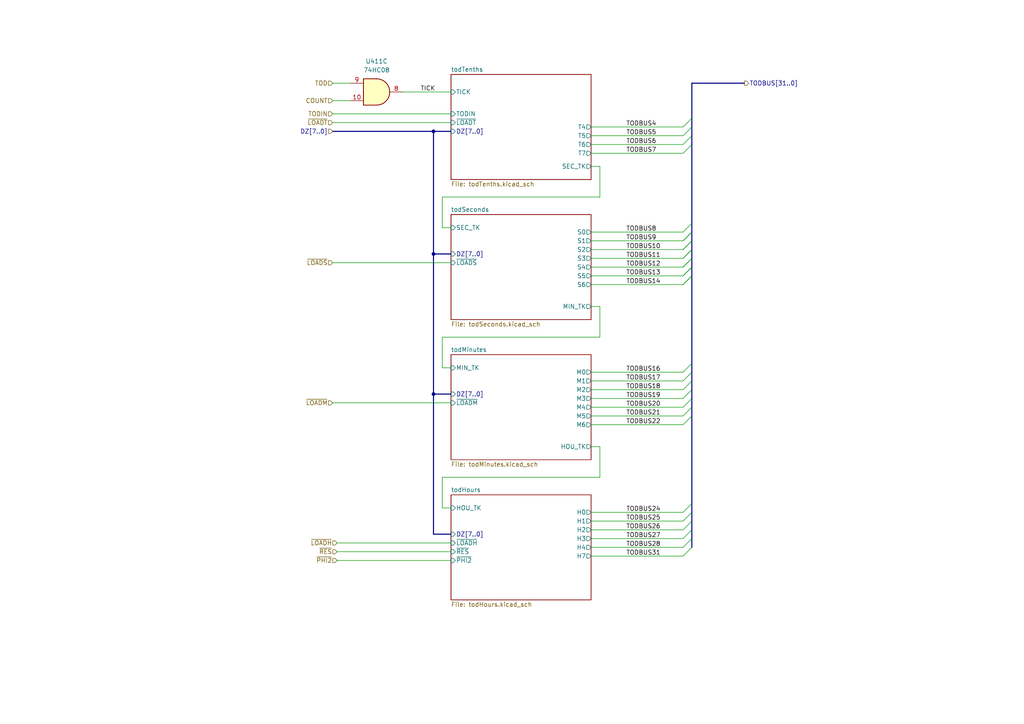
<source format=kicad_sch>
(kicad_sch (version 20211123) (generator eeschema)
  (paper "A4")
  (lib_symbols
    (symbol "Custom 74xx:74HC08" (pin_names (offset 1.016))
      (property "Reference" "U" (at 0 1.27 0))
      (property "Value" "74HC08" (at 0 -1.27 0))
      (symbol "74HC08_1_1"
        (arc (start 0 -3.81) (mid 3.81 0) (end 0 3.81) (stroke (width 0.254)) (fill (type background)))
        (polyline (pts (xy 0 3.81) (xy -3.81 3.81) (xy -3.81 -3.81) (xy 0 -3.81)) (stroke (width 0.254)) (fill (type background)))
        (pin input line (at -7.62 2.54 0) (length 3.81) (name "~") (number "1"))
        (pin input line (at -7.62 -2.54 0) (length 3.81) (name "~") (number "2"))
        (pin output line (at 7.62 0 180) (length 3.81) (name "~") (number "3"))
      )
      (symbol "74HC08_1_2"
        (arc (start -3.81 -3.81) (mid -2.589 0) (end -3.81 3.81) (stroke (width 0.254)))
        (arc (start -0.6096 -3.81) (mid 2.1855 -2.584) (end 3.81 0) (stroke (width 0.254)) (fill (type background)))
        (polyline (pts (xy -3.81 -3.81) (xy -0.635 -3.81)) (stroke (width 0.254)) (fill (type background)))
        (polyline (pts (xy -3.81 3.81) (xy -0.635 3.81)) (stroke (width 0.254)) (fill (type background)))
        (polyline (pts (xy -0.635 3.81) (xy -3.81 3.81) (xy -3.81 3.81) (xy -3.556 3.4036) (xy -3.0226 2.2606) (xy -2.6924 1.0414) (xy -2.6162 -0.254) (xy -2.7686 -1.4986) (xy -3.175 -2.7178) (xy -3.81 -3.81) (xy -3.81 -3.81) (xy -0.635 -3.81)) (stroke (width -25.4)) (fill (type background)))
        (arc (start 3.81 0) (mid 2.1928 2.5925) (end -0.6096 3.81) (stroke (width 0.254)) (fill (type background)))
        (pin input inverted (at -7.62 2.54 0) (length 4.318) (name "~") (number "1"))
        (pin input inverted (at -7.62 -2.54 0) (length 4.318) (name "~") (number "2"))
        (pin output line (at 7.62 0 180) (length 3.81) (name "~") (number "3"))
      )
      (symbol "74HC08_2_1"
        (arc (start 0 -3.81) (mid 3.81 0) (end 0 3.81) (stroke (width 0.254)) (fill (type background)))
        (polyline (pts (xy 0 3.81) (xy -3.81 3.81) (xy -3.81 -3.81) (xy 0 -3.81)) (stroke (width 0.254)) (fill (type background)))
        (pin input line (at -7.62 2.54 0) (length 3.81) (name "~") (number "4"))
        (pin input line (at -7.62 -2.54 0) (length 3.81) (name "~") (number "5"))
        (pin output line (at 7.62 0 180) (length 3.81) (name "~") (number "6"))
      )
      (symbol "74HC08_2_2"
        (arc (start -3.81 -3.81) (mid -2.589 0) (end -3.81 3.81) (stroke (width 0.254)))
        (arc (start -0.6096 -3.81) (mid 2.1855 -2.584) (end 3.81 0) (stroke (width 0.254)) (fill (type background)))
        (polyline (pts (xy -3.81 -3.81) (xy -0.635 -3.81)) (stroke (width 0.254)) (fill (type background)))
        (polyline (pts (xy -3.81 3.81) (xy -0.635 3.81)) (stroke (width 0.254)) (fill (type background)))
        (polyline (pts (xy -0.635 3.81) (xy -3.81 3.81) (xy -3.81 3.81) (xy -3.556 3.4036) (xy -3.0226 2.2606) (xy -2.6924 1.0414) (xy -2.6162 -0.254) (xy -2.7686 -1.4986) (xy -3.175 -2.7178) (xy -3.81 -3.81) (xy -3.81 -3.81) (xy -0.635 -3.81)) (stroke (width -25.4)) (fill (type background)))
        (arc (start 3.81 0) (mid 2.1928 2.5925) (end -0.6096 3.81) (stroke (width 0.254)) (fill (type background)))
        (pin input inverted (at -7.62 2.54 0) (length 4.318) (name "~") (number "4"))
        (pin input inverted (at -7.62 -2.54 0) (length 4.318) (name "~") (number "5"))
        (pin output line (at 7.62 0 180) (length 3.81) (name "~") (number "6"))
      )
      (symbol "74HC08_3_1"
        (arc (start 0 -3.81) (mid 3.81 0) (end 0 3.81) (stroke (width 0.254)) (fill (type background)))
        (polyline (pts (xy 0 3.81) (xy -3.81 3.81) (xy -3.81 -3.81) (xy 0 -3.81)) (stroke (width 0.254)) (fill (type background)))
        (pin input line (at -7.62 -2.54 0) (length 3.81) (name "~") (number "10"))
        (pin output line (at 7.62 0 180) (length 3.81) (name "~") (number "8"))
        (pin input line (at -7.62 2.54 0) (length 3.81) (name "~") (number "9"))
      )
      (symbol "74HC08_3_2"
        (arc (start -3.81 -3.81) (mid -2.589 0) (end -3.81 3.81) (stroke (width 0.254)))
        (arc (start -0.6096 -3.81) (mid 2.1855 -2.584) (end 3.81 0) (stroke (width 0.254)) (fill (type background)))
        (polyline (pts (xy -3.81 -3.81) (xy -0.635 -3.81)) (stroke (width 0.254)) (fill (type background)))
        (polyline (pts (xy -3.81 3.81) (xy -0.635 3.81)) (stroke (width 0.254)) (fill (type background)))
        (polyline (pts (xy -0.635 3.81) (xy -3.81 3.81) (xy -3.81 3.81) (xy -3.556 3.4036) (xy -3.0226 2.2606) (xy -2.6924 1.0414) (xy -2.6162 -0.254) (xy -2.7686 -1.4986) (xy -3.175 -2.7178) (xy -3.81 -3.81) (xy -3.81 -3.81) (xy -0.635 -3.81)) (stroke (width -25.4)) (fill (type background)))
        (arc (start 3.81 0) (mid 2.1928 2.5925) (end -0.6096 3.81) (stroke (width 0.254)) (fill (type background)))
        (pin input inverted (at -7.62 -2.54 0) (length 4.318) (name "~") (number "10"))
        (pin output line (at 7.62 0 180) (length 3.81) (name "~") (number "8"))
        (pin input inverted (at -7.62 2.54 0) (length 4.318) (name "~") (number "9"))
      )
      (symbol "74HC08_4_1"
        (arc (start 0 -3.81) (mid 3.81 0) (end 0 3.81) (stroke (width 0.254)) (fill (type background)))
        (polyline (pts (xy 0 3.81) (xy -3.81 3.81) (xy -3.81 -3.81) (xy 0 -3.81)) (stroke (width 0.254)) (fill (type background)))
        (pin output line (at 7.62 0 180) (length 3.81) (name "~") (number "11"))
        (pin input line (at -7.62 2.54 0) (length 3.81) (name "~") (number "12"))
        (pin input line (at -7.62 -2.54 0) (length 3.81) (name "~") (number "13"))
      )
      (symbol "74HC08_4_2"
        (arc (start -3.81 -3.81) (mid -2.589 0) (end -3.81 3.81) (stroke (width 0.254)))
        (arc (start -0.6096 -3.81) (mid 2.1855 -2.584) (end 3.81 0) (stroke (width 0.254)) (fill (type background)))
        (polyline (pts (xy -3.81 -3.81) (xy -0.635 -3.81)) (stroke (width 0.254)) (fill (type background)))
        (polyline (pts (xy -3.81 3.81) (xy -0.635 3.81)) (stroke (width 0.254)) (fill (type background)))
        (polyline (pts (xy -0.635 3.81) (xy -3.81 3.81) (xy -3.81 3.81) (xy -3.556 3.4036) (xy -3.0226 2.2606) (xy -2.6924 1.0414) (xy -2.6162 -0.254) (xy -2.7686 -1.4986) (xy -3.175 -2.7178) (xy -3.81 -3.81) (xy -3.81 -3.81) (xy -0.635 -3.81)) (stroke (width -25.4)) (fill (type background)))
        (arc (start 3.81 0) (mid 2.1928 2.5925) (end -0.6096 3.81) (stroke (width 0.254)) (fill (type background)))
        (pin output line (at 7.62 0 180) (length 3.81) (name "~") (number "11"))
        (pin input inverted (at -7.62 2.54 0) (length 4.318) (name "~") (number "12"))
        (pin input inverted (at -7.62 -2.54 0) (length 4.318) (name "~") (number "13"))
      )
      (symbol "74HC08_5_0"
        (pin power_in line (at 0 12.7 270) (length 5.08) (name "VCC") (number "14"))
        (pin power_in line (at 0 -12.7 90) (length 5.08) (name "GND") (number "7"))
      )
      (symbol "74HC08_5_1"
        (rectangle (start -5.08 7.62) (end 5.08 -7.62) (stroke (width 0.254)) (fill (type background)))
      )
    )
  )
  (junction (at 125.73 73.66))
  (junction (at 125.73 114.3))
  (junction (at 125.73 38.1))
  (bus_entry (at 198.12 161.29) (size 2.54 -2.54))
  (bus_entry (at 198.12 74.93) (size 2.54 -2.54))
  (bus_entry (at 198.12 39.37) (size 2.54 -2.54))
  (bus_entry (at 198.12 69.85) (size 2.54 -2.54))
  (bus_entry (at 198.12 36.83) (size 2.54 -2.54))
  (bus_entry (at 198.12 80.01) (size 2.54 -2.54))
  (bus_entry (at 198.12 153.67) (size 2.54 -2.54))
  (bus_entry (at 198.12 82.55) (size 2.54 -2.54))
  (bus_entry (at 198.12 156.21) (size 2.54 -2.54))
  (bus_entry (at 198.12 151.13) (size 2.54 -2.54))
  (bus_entry (at 198.12 41.91) (size 2.54 -2.54))
  (bus_entry (at 198.12 148.59) (size 2.54 -2.54))
  (bus_entry (at 198.12 123.19) (size 2.54 -2.54))
  (bus_entry (at 198.12 72.39) (size 2.54 -2.54))
  (bus_entry (at 198.12 82.55) (size 2.54 -2.54))
  (bus_entry (at 198.12 77.47) (size 2.54 -2.54))
  (bus_entry (at 198.12 158.75) (size 2.54 -2.54))
  (bus_entry (at 198.12 113.03) (size 2.54 -2.54))
  (bus_entry (at 198.12 120.65) (size 2.54 -2.54))
  (bus_entry (at 198.12 80.01) (size 2.54 -2.54))
  (bus_entry (at 198.12 77.47) (size 2.54 -2.54))
  (bus_entry (at 198.12 107.95) (size 2.54 -2.54))
  (bus_entry (at 198.12 118.11) (size 2.54 -2.54))
  (bus_entry (at 198.12 69.85) (size 2.54 -2.54))
  (bus_entry (at 198.12 44.45) (size 2.54 -2.54))
  (bus_entry (at 198.12 110.49) (size 2.54 -2.54))
  (bus_entry (at 198.12 115.57) (size 2.54 -2.54))
  (bus_entry (at 198.12 74.93) (size 2.54 -2.54))
  (bus_entry (at 198.12 67.31) (size 2.54 -2.54))
  (bus_entry (at 198.12 72.39) (size 2.54 -2.54))
  (wire (pts (xy 171.45 41.91) (xy 198.12 41.91)))
  (bus (pts (xy 200.66 80.01) (xy 200.66 105.41)))
  (wire (pts (xy 96.52 35.56) (xy 130.81 35.56)))
  (bus (pts (xy 130.81 114.3) (xy 125.73 114.3)))
  (wire (pts (xy 173.99 57.15) (xy 128.27 57.15)))
  (bus (pts (xy 200.66 69.85) (xy 200.66 72.39)))
  (wire (pts (xy 171.45 48.26) (xy 173.99 48.26)))
  (wire (pts (xy 171.45 69.85) (xy 198.12 69.85)))
  (wire (pts (xy 96.52 116.84) (xy 130.81 116.84)))
  (bus (pts (xy 200.66 156.21) (xy 200.66 158.75)))
  (wire (pts (xy 171.45 148.59) (xy 198.12 148.59)))
  (wire (pts (xy 171.45 88.9) (xy 173.99 88.9)))
  (wire (pts (xy 171.45 72.39) (xy 198.12 72.39)))
  (bus (pts (xy 200.66 153.67) (xy 200.66 156.21)))
  (bus (pts (xy 200.66 39.37) (xy 200.66 41.91)))
  (bus (pts (xy 200.66 110.49) (xy 200.66 113.03)))
  (bus (pts (xy 96.52 38.1) (xy 125.73 38.1)))
  (wire (pts (xy 96.52 33.02) (xy 130.81 33.02)))
  (wire (pts (xy 97.79 157.48) (xy 130.81 157.48)))
  (bus (pts (xy 125.73 73.66) (xy 125.73 38.1)))
  (wire (pts (xy 171.45 156.21) (xy 198.12 156.21)))
  (wire (pts (xy 171.45 113.03) (xy 198.12 113.03)))
  (bus (pts (xy 200.66 107.95) (xy 200.66 110.49)))
  (bus (pts (xy 200.66 120.65) (xy 200.66 146.05)))
  (bus (pts (xy 200.66 113.03) (xy 200.66 115.57)))
  (wire (pts (xy 173.99 88.9) (xy 173.99 97.79)))
  (bus (pts (xy 200.66 34.29) (xy 200.66 36.83)))
  (bus (pts (xy 125.73 114.3) (xy 125.73 73.66)))
  (wire (pts (xy 171.45 39.37) (xy 198.12 39.37)))
  (wire (pts (xy 128.27 106.68) (xy 130.81 106.68)))
  (wire (pts (xy 96.52 24.13) (xy 101.6 24.13)))
  (wire (pts (xy 173.99 48.26) (xy 173.99 57.15)))
  (bus (pts (xy 125.73 38.1) (xy 130.81 38.1)))
  (bus (pts (xy 200.66 64.77) (xy 200.66 67.31)))
  (bus (pts (xy 130.81 73.66) (xy 125.73 73.66)))
  (wire (pts (xy 97.79 160.02) (xy 130.81 160.02)))
  (wire (pts (xy 171.45 115.57) (xy 198.12 115.57)))
  (bus (pts (xy 200.66 105.41) (xy 200.66 107.95)))
  (wire (pts (xy 173.99 129.54) (xy 173.99 138.43)))
  (wire (pts (xy 171.45 158.75) (xy 198.12 158.75)))
  (wire (pts (xy 128.27 66.04) (xy 130.81 66.04)))
  (bus (pts (xy 200.66 148.59) (xy 200.66 151.13)))
  (wire (pts (xy 173.99 97.79) (xy 128.27 97.79)))
  (bus (pts (xy 200.66 41.91) (xy 200.66 64.77)))
  (bus (pts (xy 200.66 74.93) (xy 200.66 77.47)))
  (bus (pts (xy 200.66 118.11) (xy 200.66 120.65)))
  (wire (pts (xy 171.45 120.65) (xy 198.12 120.65)))
  (wire (pts (xy 171.45 74.93) (xy 198.12 74.93)))
  (wire (pts (xy 171.45 82.55) (xy 198.12 82.55)))
  (wire (pts (xy 171.45 44.45) (xy 198.12 44.45)))
  (bus (pts (xy 125.73 154.94) (xy 125.73 114.3)))
  (wire (pts (xy 171.45 110.49) (xy 198.12 110.49)))
  (bus (pts (xy 200.66 24.13) (xy 200.66 34.29)))
  (wire (pts (xy 97.79 162.56) (xy 130.81 162.56)))
  (wire (pts (xy 96.52 29.21) (xy 101.6 29.21)))
  (bus (pts (xy 200.66 67.31) (xy 200.66 69.85)))
  (bus (pts (xy 130.81 154.94) (xy 125.73 154.94)))
  (bus (pts (xy 200.66 72.39) (xy 200.66 74.93)))
  (wire (pts (xy 128.27 147.32) (xy 130.81 147.32)))
  (bus (pts (xy 200.66 146.05) (xy 200.66 148.59)))
  (bus (pts (xy 215.9 24.13) (xy 200.66 24.13)))
  (wire (pts (xy 128.27 57.15) (xy 128.27 66.04)))
  (wire (pts (xy 128.27 97.79) (xy 128.27 106.68)))
  (bus (pts (xy 200.66 115.57) (xy 200.66 118.11)))
  (wire (pts (xy 173.99 138.43) (xy 128.27 138.43)))
  (wire (pts (xy 171.45 67.31) (xy 198.12 67.31)))
  (wire (pts (xy 171.45 77.47) (xy 198.12 77.47)))
  (wire (pts (xy 171.45 118.11) (xy 198.12 118.11)))
  (wire (pts (xy 116.84 26.67) (xy 130.81 26.67)))
  (wire (pts (xy 171.45 129.54) (xy 173.99 129.54)))
  (wire (pts (xy 128.27 138.43) (xy 128.27 147.32)))
  (wire (pts (xy 171.45 36.83) (xy 198.12 36.83)))
  (wire (pts (xy 171.45 161.29) (xy 198.12 161.29)))
  (bus (pts (xy 200.66 36.83) (xy 200.66 39.37)))
  (wire (pts (xy 96.52 76.2) (xy 130.81 76.2)))
  (wire (pts (xy 171.45 151.13) (xy 198.12 151.13)))
  (wire (pts (xy 171.45 80.01) (xy 198.12 80.01)))
  (wire (pts (xy 171.45 107.95) (xy 198.12 107.95)))
  (bus (pts (xy 200.66 151.13) (xy 200.66 153.67)))
  (wire (pts (xy 171.45 123.19) (xy 198.12 123.19)))
  (wire (pts (xy 171.45 153.67) (xy 198.12 153.67)))
  (bus (pts (xy 200.66 77.47) (xy 200.66 80.01)))
  (label "TODBUS24" (at 181.61 148.59 0))
  (label "TODBUS4" (at 181.61 36.83 0))
  (label "TODBUS19" (at 181.61 115.57 0))
  (label "TODBUS20" (at 181.61 118.11 0))
  (label "TODBUS14" (at 181.61 82.55 0))
  (label "TODBUS26" (at 181.61 153.67 0))
  (label "TODBUS11" (at 181.61 74.93 0))
  (label "TODBUS17" (at 181.61 110.49 0))
  (label "TODBUS9" (at 181.61 69.85 0))
  (label "TICK" (at 121.92 26.67 0))
  (label "TODBUS5" (at 181.61 39.37 0))
  (label "TODBUS7" (at 181.61 44.45 0))
  (label "TODBUS16" (at 181.61 107.95 0))
  (label "TODBUS31" (at 181.61 161.29 0))
  (label "TODBUS12" (at 181.61 77.47 0))
  (label "TODBUS27" (at 181.61 156.21 0))
  (label "TODBUS6" (at 181.61 41.91 0))
  (label "TODBUS18" (at 181.61 113.03 0))
  (label "TODBUS13" (at 181.61 80.01 0))
  (label "TODBUS21" (at 181.61 120.65 0))
  (label "TODBUS25" (at 181.61 151.13 0))
  (label "TODBUS22" (at 181.61 123.19 0))
  (label "TODBUS28" (at 181.61 158.75 0))
  (label "TODBUS8" (at 181.61 67.31 0))
  (label "TODBUS10" (at 181.61 72.39 0))
  (hierarchical_label "~{PHI2}" (shape input) (at 97.79 162.56 180))
  (hierarchical_label "~{RES}" (shape input) (at 97.79 160.02 180))
  (hierarchical_label "COUNT" (shape input) (at 96.52 29.21 180))
  (hierarchical_label "TODBUS[31..0]" (shape output) (at 215.9 24.13 0))
  (hierarchical_label "~{LOADS}" (shape input) (at 96.52 76.2 180))
  (hierarchical_label "~{LOADT}" (shape input) (at 96.52 35.56 180))
  (hierarchical_label "TOD" (shape input) (at 96.52 24.13 180))
  (hierarchical_label "~{LOADH}" (shape input) (at 97.79 157.48 180))
  (hierarchical_label "DZ[7..0]" (shape input) (at 96.52 38.1 180))
  (hierarchical_label "TODIN" (shape input) (at 96.52 33.02 180))
  (hierarchical_label "~{LOADM}" (shape input) (at 96.52 116.84 180))
  (symbol (lib_id "Custom 74xx:74HC08") (at 109.22 26.67 0) (unit 3)
    (property "Reference" "U411" (at 109.22 17.78 0))
    (property "Value" "74HC08" (at 109.22 20.32 0))
    (property "Footprint" "Package_SO:SOIC-14_3.9x8.7mm_P1.27mm" (effects hide))
  )
  (sheet (at 130.81 62.23) (size 40.64 30.48) (stroke (width 0.1524))
    (property "Sheet name" "todSeconds" (at 130.81 61.5184 0) (effects (justify left bottom)))
    (property "Sheet file" "todSeconds.kicad_sch" (at 130.81 93.2946 0) (effects (justify left top)))
    (pin "S0" output (at 171.45 67.31 0))
    (pin "S1" output (at 171.45 69.85 0))
    (pin "S2" output (at 171.45 72.39 0))
    (pin "S3" output (at 171.45 74.93 0))
    (pin "SEC_TK" input (at 130.81 66.04 180))
    (pin "~{LOADS}" input (at 130.81 76.2 180))
    (pin "S4" output (at 171.45 77.47 0))
    (pin "S5" output (at 171.45 80.01 0))
    (pin "S6" output (at 171.45 82.55 0))
    (pin "MIN_TK" output (at 171.45 88.9 0))
    (pin "DZ[7..0]" input (at 130.81 73.66 180))
  )
  (sheet (at 130.81 102.87) (size 40.64 30.48) (stroke (width 0.1524))
    (property "Sheet name" "todMinutes" (at 130.81 102.1584 0) (effects (justify left bottom)))
    (property "Sheet file" "todMinutes.kicad_sch" (at 130.81 133.9346 0) (effects (justify left top)))
    (pin "M6" output (at 171.45 123.19 0))
    (pin "M4" output (at 171.45 118.11 0))
    (pin "M5" output (at 171.45 120.65 0))
    (pin "HOU_TK" output (at 171.45 129.54 0))
    (pin "M2" output (at 171.45 113.03 0))
    (pin "M0" output (at 171.45 107.95 0))
    (pin "M1" output (at 171.45 110.49 0))
    (pin "M3" output (at 171.45 115.57 0))
    (pin "~{LOADM}" input (at 130.81 116.84 180))
    (pin "DZ[7..0]" input (at 130.81 114.3 180))
    (pin "MIN_TK" input (at 130.81 106.68 180))
  )
  (sheet (at 130.81 21.59) (size 40.64 30.48) (stroke (width 0.1524))
    (property "Sheet name" "todTenths" (at 130.81 20.8784 0) (effects (justify left bottom)))
    (property "Sheet file" "todTenths.kicad_sch" (at 130.81 52.6546 0) (effects (justify left top)))
    (pin "TICK" input (at 130.81 26.67 180))
    (pin "T4" output (at 171.45 36.83 0))
    (pin "T7" output (at 171.45 44.45 0))
    (pin "T5" output (at 171.45 39.37 0))
    (pin "T6" output (at 171.45 41.91 0))
    (pin "TODIN" input (at 130.81 33.02 180))
    (pin "DZ[7..0]" input (at 130.81 38.1 180))
    (pin "~{LOADT}" input (at 130.81 35.56 180))
    (pin "SEC_TK" output (at 171.45 48.26 0))
  )
  (sheet (at 130.81 143.51) (size 40.64 30.48) (stroke (width 0.1524))
    (property "Sheet name" "todHours" (at 130.81 142.7984 0) (effects (justify left bottom)))
    (property "Sheet file" "todHours.kicad_sch" (at 130.81 174.5746 0) (effects (justify left top)))
    (pin "HOU_TK" input (at 130.81 147.32 180))
    (pin "H1" output (at 171.45 151.13 0))
    (pin "H2" output (at 171.45 153.67 0))
    (pin "H0" output (at 171.45 148.59 0))
    (pin "H3" output (at 171.45 156.21 0))
    (pin "~{LOADH}" input (at 130.81 157.48 180))
    (pin "DZ[7..0]" input (at 130.81 154.94 180))
    (pin "~{RES}" input (at 130.81 160.02 180))
    (pin "H4" output (at 171.45 158.75 0))
    (pin "H7" output (at 171.45 161.29 0))
    (pin "~{PHI2}" input (at 130.81 162.56 180))
  )
)
</source>
